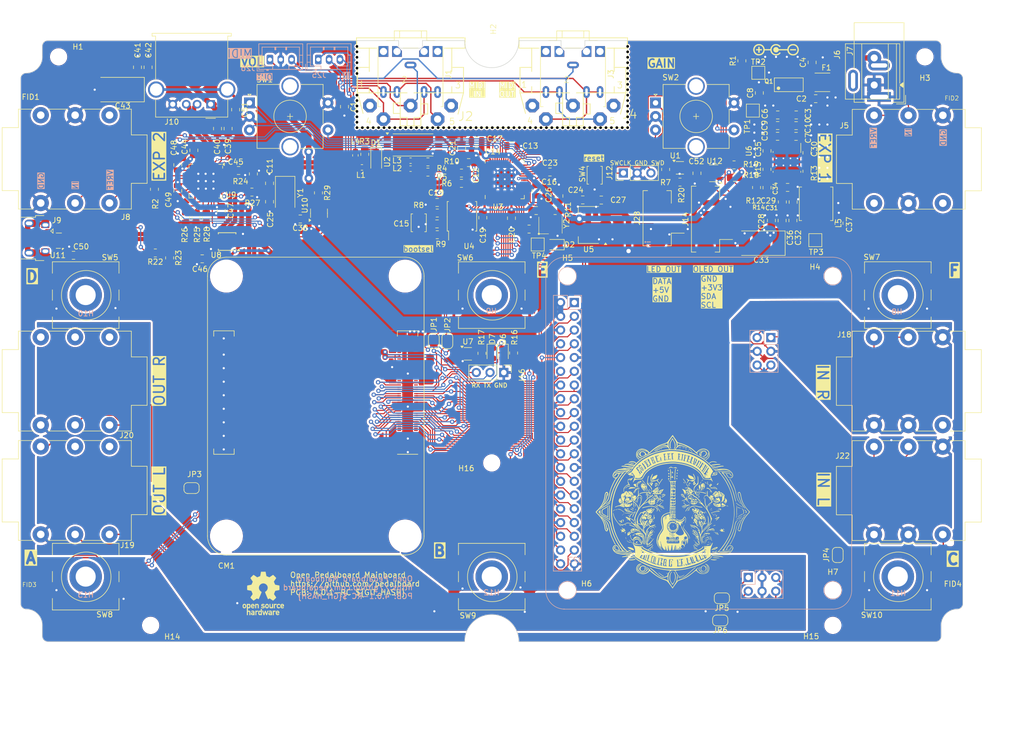
<source format=kicad_pcb>
(kicad_pcb
	(version 20241229)
	(generator "pcbnew")
	(generator_version "9.0")
	(general
		(thickness 1.6)
		(legacy_teardrops no)
	)
	(paper "A4")
	(title_block
		(title "Open Pedalboard Mainboard")
		(date "2024-10-16")
		(rev "4.0.1-RC")
		(company "https://github.com/pedalboard")
		(comment 1 "Source Code: https://github.com/pedalboard/pedalboard-hw")
		(comment 2 "License: CERN Open Hardware Licence Version 2 - Permissive")
		(comment 3 "Git commit hash: ${GIT_HASH} ")
	)
	(layers
		(0 "F.Cu" signal)
		(2 "B.Cu" signal)
		(9 "F.Adhes" user "F.Adhesive")
		(11 "B.Adhes" user "B.Adhesive")
		(13 "F.Paste" user)
		(15 "B.Paste" user)
		(5 "F.SilkS" user "F.Silkscreen")
		(7 "B.SilkS" user "B.Silkscreen")
		(1 "F.Mask" user)
		(3 "B.Mask" user)
		(17 "Dwgs.User" user "User.Drawings")
		(19 "Cmts.User" user "User.Comments")
		(21 "Eco1.User" user "User.Eco1")
		(23 "Eco2.User" user "User.Eco2")
		(25 "Edge.Cuts" user)
		(27 "Margin" user)
		(31 "F.CrtYd" user "F.Courtyard")
		(29 "B.CrtYd" user "B.Courtyard")
		(35 "F.Fab" user)
		(33 "B.Fab" user)
		(39 "User.1" user)
		(41 "User.2" user)
		(43 "User.3" user)
		(45 "User.4" user)
		(47 "User.5" user)
		(49 "User.6" user)
		(51 "User.7" user)
		(53 "User.8" user)
		(55 "User.9" user)
	)
	(setup
		(stackup
			(layer "F.SilkS"
				(type "Top Silk Screen")
			)
			(layer "F.Paste"
				(type "Top Solder Paste")
			)
			(layer "F.Mask"
				(type "Top Solder Mask")
				(thickness 0.01)
			)
			(layer "F.Cu"
				(type "copper")
				(thickness 0.035)
			)
			(layer "dielectric 1"
				(type "core")
				(thickness 1.51)
				(material "FR4")
				(epsilon_r 4.5)
				(loss_tangent 0.02)
			)
			(layer "B.Cu"
				(type "copper")
				(thickness 0.035)
			)
			(layer "B.Mask"
				(type "Bottom Solder Mask")
				(thickness 0.01)
			)
			(layer "B.Paste"
				(type "Bottom Solder Paste")
			)
			(layer "B.SilkS"
				(type "Bottom Silk Screen")
			)
			(copper_finish "None")
			(dielectric_constraints no)
		)
		(pad_to_mask_clearance 0)
		(allow_soldermask_bridges_in_footprints no)
		(tenting front back)
		(aux_axis_origin 18.005615 130.994385)
		(grid_origin 18 20)
		(pcbplotparams
			(layerselection 0x00000000_00000000_55555555_5755f5ff)
			(plot_on_all_layers_selection 0x00000000_00000000_00000000_00000000)
			(disableapertmacros no)
			(usegerberextensions no)
			(usegerberattributes yes)
			(usegerberadvancedattributes yes)
			(creategerberjobfile yes)
			(dashed_line_dash_ratio 12.000000)
			(dashed_line_gap_ratio 3.000000)
			(svgprecision 4)
			(plotframeref no)
			(mode 1)
			(useauxorigin no)
			(hpglpennumber 1)
			(hpglpenspeed 20)
			(hpglpendiameter 15.000000)
			(pdf_front_fp_property_popups yes)
			(pdf_back_fp_property_popups yes)
			(pdf_metadata yes)
			(pdf_single_document no)
			(dxfpolygonmode yes)
			(dxfimperialunits yes)
			(dxfusepcbnewfont yes)
			(psnegative no)
			(psa4output no)
			(plot_black_and_white yes)
			(sketchpadsonfab no)
			(plotpadnumbers no)
			(hidednponfab no)
			(sketchdnponfab yes)
			(crossoutdnponfab yes)
			(subtractmaskfromsilk no)
			(outputformat 1)
			(mirror no)
			(drillshape 1)
			(scaleselection 1)
			(outputdirectory "")
		)
	)
	(net 0 "")
	(net 1 "GND")
	(net 2 "Net-(J25-Pin_2)")
	(net 3 "/LEDs/RGB_DATA")
	(net 4 "Net-(C30-Pad1)")
	(net 5 "Net-(C26-Pad1)")
	(net 6 "Net-(U9-XTALIN{slash}CLKIN)")
	(net 7 "+3V3")
	(net 8 "+1V1")
	(net 9 "/Audio/CM4_GPIO13")
	(net 10 "/Audio/CM4_GPIO16")
	(net 11 "/Audio/conf_i2c_sda")
	(net 12 "/Audio/conf_i2c_scl")
	(net 13 "/MIDI/EXT_MIDI_RX")
	(net 14 "/MIDI/EXT_MIDI_TX")
	(net 15 "/Audio/audio_pcm_clk")
	(net 16 "/Audio/audio_in_stereo")
	(net 17 "/MIDI/XIN")
	(net 18 "Net-(U9-XTALOUT)")
	(net 19 "/MIDI/A_EXP1")
	(net 20 "unconnected-(CM1A-Ethernet_Pair3_P-Pad3)")
	(net 21 "/MIDI/~{USB_BOOT}")
	(net 22 "unconnected-(CM1A-Ethernet_Pair1_P-Pad4)")
	(net 23 "/MIDI/SWCLK")
	(net 24 "/Power Supply/polarity_checked")
	(net 25 "/Audio/audio_pcm_fs")
	(net 26 "/Audio/audio_out_stereo")
	(net 27 "/Audio/audio_pcm_din")
	(net 28 "/Audio/audio_pcm_dout")
	(net 29 "unconnected-(CM1A-Ethernet_Pair3_N-Pad5)")
	(net 30 "unconnected-(CM1A-Ethernet_Pair1_N-Pad6)")
	(net 31 "unconnected-(CM1A-Ethernet_Pair2_N-Pad9)")
	(net 32 "unconnected-(CM1A-Ethernet_Pair0_N-Pad10)")
	(net 33 "unconnected-(CM1A-Ethernet_Pair2_P-Pad11)")
	(net 34 "unconnected-(CM1A-Ethernet_Pair0_P-Pad12)")
	(net 35 "unconnected-(CM1A-Ethernet_nLED3(3.3v)-Pad15)")
	(net 36 "unconnected-(CM1A-Ethernet_SYNC_IN(1.8v)-Pad16)")
	(net 37 "unconnected-(CM1A-Ethernet_nLED2(3.3v)-Pad17)")
	(net 38 "unconnected-(CM1A-Ethernet_SYNC_OUT(1.8v)-Pad18)")
	(net 39 "unconnected-(CM1A-Ethernet_nLED1(3.3v)-Pad19)")
	(net 40 "/MIDI/SW_D")
	(net 41 "/MIDI/SW_E")
	(net 42 "/MIDI/SW_F")
	(net 43 "/MIDI/SW_A")
	(net 44 "/MIDI/SW_B")
	(net 45 "/MIDI/SW_C")
	(net 46 "/MIDI/ROT_VOL_A")
	(net 47 "/MIDI/ROT_VOL_B")
	(net 48 "/MIDI/SW_VOL")
	(net 49 "/MIDI/ROT_GAIN_A")
	(net 50 "/MIDI/ROT_GAIN_B")
	(net 51 "/MIDI/SW_GAIN")
	(net 52 "Net-(C31-Pad1)")
	(net 53 "Net-(U6-COMP)")
	(net 54 "unconnected-(CM1A-EEPROM_nWP-Pad20)")
	(net 55 "unconnected-(CM1A-SD_CLK-Pad57)")
	(net 56 "unconnected-(CM1A-SD_DAT3-Pad61)")
	(net 57 "Net-(L3-Pad2)")
	(net 58 "Net-(U6-FB)")
	(net 59 "unconnected-(CM1A-SD_CMD-Pad62)")
	(net 60 "unconnected-(CM1A-SD_DAT0-Pad63)")
	(net 61 "unconnected-(CM1A-SD_DAT5-Pad64)")
	(net 62 "Net-(D6-A)")
	(net 63 "Net-(D7-K)")
	(net 64 "unconnected-(CM1A-SD_DAT1-Pad67)")
	(net 65 "/Audio/in_R-")
	(net 66 "/Audio/GND_in_R")
	(net 67 "/Audio/in_R+")
	(net 68 "/Audio/in_L-")
	(net 69 "/Audio/GND_in_L")
	(net 70 "/Audio/in_L+")
	(net 71 "/Audio/GND_out")
	(net 72 "unconnected-(CM1A-SD_DAT4-Pad68)")
	(net 73 "unconnected-(CM1A-SD_DAT2-Pad69)")
	(net 74 "/Power Supply/fused")
	(net 75 "+5VP")
	(net 76 "unconnected-(CM1A-SD_DAT7-Pad70)")
	(net 77 "unconnected-(CM1A-SD_DAT6-Pad72)")
	(net 78 "unconnected-(CM1A-SD_VDD_Override-Pad73)")
	(net 79 "/MIDI/SWD")
	(net 80 "/Power Supply/unfused")
	(net 81 "unconnected-(CM1A-SD_PWR_ON-Pad75)")
	(net 82 "unconnected-(CM1A-Reserved-Pad76)")
	(net 83 "unconnected-(CM1A-SCL0-Pad80)")
	(net 84 "unconnected-(CM1A-SDA0-Pad82)")
	(net 85 "unconnected-(CM1A-+1.8v_(Output)-Pad88)")
	(net 86 "unconnected-(CM1A-WiFi_nDisable-Pad89)")
	(net 87 "unconnected-(CM1A-+1.8v_(Output)-Pad90)")
	(net 88 "unconnected-(CM1A-BT_nDisable-Pad91)")
	(net 89 "unconnected-(CM1A-RUN_PG-Pad92)")
	(net 90 "unconnected-(CM1A-nRPIBOOT-Pad93)")
	(net 91 "Net-(D7-A)")
	(net 92 "unconnected-(CM1A-AnalogIP1-Pad94)")
	(net 93 "unconnected-(CM1A-AnalogIP0-Pad96)")
	(net 94 "unconnected-(CM1A-Camera_GPIO-Pad97)")
	(net 95 "/Audio/CM4_3V")
	(net 96 "/Audio/CM4_GPIO6")
	(net 97 "/Audio/CM4_GPIO12")
	(net 98 "/Audio/CM4_GPIO5")
	(net 99 "/Audio/CM4_ID_SC")
	(net 100 "/Audio/CM4_ID_SD")
	(net 101 "/Audio/CM4_GPIO7")
	(net 102 "/Audio/CM4_GPIO11")
	(net 103 "/Audio/CM4_GPIO8")
	(net 104 "/Audio/CM4_GPIO9")
	(net 105 "/Audio/CM4_GPIO25")
	(net 106 "/Audio/CM4_GPIO10")
	(net 107 "/Audio/CM4_GPIO24")
	(net 108 "/Audio/CM4_GPIO22")
	(net 109 "/Audio/CM4_GPIO23")
	(net 110 "/Audio/CM4_GPIO17")
	(net 111 "/Audio/INT_MIDI_RX")
	(net 112 "/Audio/CM4_GPIO4")
	(net 113 "/Audio/INT_MIDI_TX")
	(net 114 "unconnected-(CM1A-Global_EN-Pad99)")
	(net 115 "unconnected-(CM1B-PCIe_CLK_nREQ-Pad102)")
	(net 116 "unconnected-(CM1B-Reserved-Pad104)")
	(net 117 "unconnected-(CM1B-Reserved-Pad106)")
	(net 118 "unconnected-(CM1B-PCIe_nRST-Pad109)")
	(net 119 "unconnected-(CM1B-PCIe_CLK_P-Pad110)")
	(net 120 "unconnected-(CM1B-VDAC_COMP-Pad111)")
	(net 121 "unconnected-(CM1B-PCIe_CLK_N-Pad112)")
	(net 122 "unconnected-(CM1B-CAM1_D0_N-Pad115)")
	(net 123 "unconnected-(CM1B-PCIe_RX_P-Pad116)")
	(net 124 "unconnected-(CM1B-CAM1_D0_P-Pad117)")
	(net 125 "unconnected-(CM1B-PCIe_RX_N-Pad118)")
	(net 126 "unconnected-(CM1B-CAM1_D1_N-Pad121)")
	(net 127 "/Audio/CM4_LED_ACT")
	(net 128 "unconnected-(CM1B-PCIe_TX_P-Pad122)")
	(net 129 "unconnected-(CM1B-CAM1_D1_P-Pad123)")
	(net 130 "unconnected-(CM1B-PCIe_TX_N-Pad124)")
	(net 131 "unconnected-(CM1B-CAM1_C_N-Pad127)")
	(net 132 "unconnected-(CM1B-CAM0_D0_N-Pad128)")
	(net 133 "unconnected-(CM1B-CAM1_C_P-Pad129)")
	(net 134 "unconnected-(CM1B-CAM0_D0_P-Pad130)")
	(net 135 "unconnected-(CM1B-CAM1_D2_N-Pad133)")
	(net 136 "unconnected-(CM1B-CAM0_D1_N-Pad134)")
	(net 137 "unconnected-(CM1B-CAM1_D2_P-Pad135)")
	(net 138 "unconnected-(CM1B-CAM0_D1_P-Pad136)")
	(net 139 "unconnected-(CM1B-CAM1_D3_N-Pad139)")
	(net 140 "unconnected-(CM1B-CAM0_C_N-Pad140)")
	(net 141 "unconnected-(CM1B-CAM1_D3_P-Pad141)")
	(net 142 "unconnected-(CM1B-CAM0_C_P-Pad142)")
	(net 143 "unconnected-(CM1B-HDMI1_HOTPLUG-Pad143)")
	(net 144 "unconnected-(CM1B-HDMI1_SDA-Pad145)")
	(net 145 "unconnected-(CM1B-HDMI1_TX2_P-Pad146)")
	(net 146 "unconnected-(CM1B-HDMI1_SCL-Pad147)")
	(net 147 "unconnected-(CM1B-HDMI1_TX2_N-Pad148)")
	(net 148 "unconnected-(CM1B-HDMI1_CEC-Pad149)")
	(net 149 "unconnected-(CM1B-HDMI0_CEC-Pad151)")
	(net 150 "unconnected-(CM1B-HDMI1_TX1_P-Pad152)")
	(net 151 "unconnected-(CM1B-HDMI0_HOTPLUG-Pad153)")
	(net 152 "unconnected-(CM1B-HDMI1_TX1_N-Pad154)")
	(net 153 "unconnected-(CM1B-DSI0_D0_N-Pad157)")
	(net 154 "/MIDI/A_EXP2")
	(net 155 "unconnected-(CM1B-HDMI1_TX0_P-Pad158)")
	(net 156 "unconnected-(CM1B-DSI0_D0_P-Pad159)")
	(net 157 "unconnected-(CM1B-HDMI1_TX0_N-Pad160)")
	(net 158 "unconnected-(CM1B-DSI0_D1_N-Pad163)")
	(net 159 "unconnected-(CM1B-HDMI1_CLK_P-Pad164)")
	(net 160 "unconnected-(CM1B-DSI0_D1_P-Pad165)")
	(net 161 "unconnected-(CM1B-HDMI1_CLK_N-Pad166)")
	(net 162 "unconnected-(CM1B-DSI0_C_N-Pad169)")
	(net 163 "unconnected-(CM1B-HDMI0_TX2_P-Pad170)")
	(net 164 "unconnected-(CM1B-DSI0_C_P-Pad171)")
	(net 165 "unconnected-(CM1B-HDMI0_TX2_N-Pad172)")
	(net 166 "unconnected-(CM1B-DSI1_D0_N-Pad175)")
	(net 167 "unconnected-(CM1B-HDMI0_TX1_P-Pad176)")
	(net 168 "unconnected-(CM1B-DSI1_D0_P-Pad177)")
	(net 169 "unconnected-(CM1B-HDMI0_TX1_N-Pad178)")
	(net 170 "unconnected-(CM1B-DSI1_D1_N-Pad181)")
	(net 171 "unconnected-(CM1B-HDMI0_TX0_P-Pad182)")
	(net 172 "unconnected-(CM1B-DSI1_D1_P-Pad183)")
	(net 173 "unconnected-(CM1B-HDMI0_TX0_N-Pad184)")
	(net 174 "unconnected-(CM1B-DSI1_C_N-Pad187)")
	(net 175 "unconnected-(CM1B-HDMI0_CLK_P-Pad188)")
	(net 176 "unconnected-(CM1B-DSI1_C_P-Pad189)")
	(net 177 "unconnected-(CM1B-HDMI0_CLK_N-Pad190)")
	(net 178 "unconnected-(CM1B-DSI1_D2_N-Pad193)")
	(net 179 "unconnected-(CM1B-DSI1_D3_N-Pad194)")
	(net 180 "unconnected-(CM1B-DSI1_D2_P-Pad195)")
	(net 181 "unconnected-(CM1B-DSI1_D3_P-Pad196)")
	(net 182 "unconnected-(CM1B-HDMI0_SDA-Pad199)")
	(net 183 "unconnected-(CM1B-HDMI0_SCL-Pad200)")
	(net 184 "Net-(D1-K)")
	(net 185 "Net-(D1-A)")
	(net 186 "Net-(J25-Pin_1)")
	(net 187 "Net-(J25-Pin_3)")
	(net 188 "Net-(U6-BST)")
	(net 189 "Net-(J26-Pin_1)")
	(net 190 "Net-(U6-SS)")
	(net 191 "Net-(J26-Pin_3)")
	(net 192 "unconnected-(J8-PadSN)")
	(net 193 "unconnected-(J2-Pad1)")
	(net 194 "unconnected-(J2-Pad3)")
	(net 195 "Net-(J8-PadT)")
	(net 196 "unconnected-(J8-PadTN)")
	(net 197 "/Connectivity/VBUS")
	(net 198 "Net-(JP6-B)")
	(net 199 "unconnected-(J4-Pad1)")
	(net 200 "unconnected-(J19-PadRN)")
	(net 201 "Net-(J27-out_L)")
	(net 202 "unconnected-(J19-PadTN)")
	(net 203 "Net-(JP5-B)")
	(net 204 "Net-(JP3-A)")
	(net 205 "unconnected-(J20-PadRN)")
	(net 206 "unconnected-(J20-PadSN)")
	(net 207 "Net-(J27-out_R)")
	(net 208 "Net-(JP4-A)")
	(net 209 "unconnected-(J20-PadTN)")
	(net 210 "Net-(JP1-B)")
	(net 211 "Net-(JP2-B)")
	(net 212 "Net-(L2-Pad2)")
	(net 213 "/Audio/CM4_LED_PWR")
	(net 214 "Net-(JP6-A)")
	(net 215 "Net-(JP5-A)")
	(net 216 "Net-(L4-Pad2)")
	(net 217 "unconnected-(J4-Pad3)")
	(net 218 "Net-(U3-USB_DP)")
	(net 219 "Net-(U1-A)")
	(net 220 "/MIDI/XOUT")
	(net 221 "/MIDI/QSPI_SCLK")
	(net 222 "/MIDI/QSPI_SS")
	(net 223 "/MIDI/QSPI_SD1")
	(net 224 "/MIDI/QSPI_SD2")
	(net 225 "/MIDI/QSPI_SD0")
	(net 226 "/MIDI/QSPI_SD3")
	(net 227 "Net-(U3-USB_DM)")
	(net 228 "Net-(U3-RUN)")
	(net 229 "unconnected-(U2-NC-Pad2)")
	(net 230 "Net-(D2-A)")
	(net 231 "unconnected-(U3-GPIO12-Pad15)")
	(net 232 "unconnected-(U3-GPIO13-Pad16)")
	(net 233 "/MIDI/I2C_SCL")
	(net 234 "/MIDI/I2C_SDA")
	(net 235 "unconnected-(U3-GPIO14-Pad17)")
	(net 236 "unconnected-(U3-GPIO15-Pad18)")
	(net 237 "unconnected-(J5-PadSN)")
	(net 238 "Net-(J5-PadT)")
	(net 239 "unconnected-(J5-PadTN)")
	(net 240 "unconnected-(J7-Pad3)")
	(net 241 "unconnected-(J18-PadSN)")
	(net 242 "unconnected-(U3-GPIO22-Pad34)")
	(net 243 "/Power Supply/switch")
	(net 244 "unconnected-(U3-GPIO23-Pad35)")
	(net 245 "unconnected-(U3-GPIO26_ADC0-Pad38)")
	(net 246 "unconnected-(U3-GPIO29_ADC3-Pad41)")
	(net 247 "Net-(J28-Pin_3)")
	(net 248 "Net-(U1-Y)")
	(net 249 "Net-(U3-GPIO10)")
	(net 250 "Net-(CM1B-USB_OTG_ID)")
	(net 251 "Net-(J9-VBUS)")
	(net 252 "Net-(U9-RBIAS)")
	(net 253 "Net-(U9-SCL{slash}SMBCLK{slash}CFG_SEL0)")
	(net 254 "Net-(U9-SDA{slash}SMBDATA{slash}NON_REM1)")
	(net 255 "Net-(U9-SUSP_IND{slash}LOCAL_PWR{slash}NON_REM0)")
	(net 256 "Net-(U9-HS_IND{slash}CFG_SEL1)")
	(net 257 "Net-(U10-ILIM)")
	(net 258 "/Audio/nEXTRST")
	(net 259 "/Connectivity/nOCS1")
	(net 260 "unconnected-(U9-TEST-Pad11)")
	(net 261 "Net-(U10-EN)")
	(net 262 "unconnected-(U9-PLLFILT-Pad34)")
	(net 263 "unconnected-(U9-USBDM_DN3{slash}PRT_DIS_M3-Pad6)")
	(net 264 "unconnected-(U9-CRFILT-Pad14)")
	(net 265 "unconnected-(U9-PRTPWR2{slash}BC_EN2-Pad16)")
	(net 266 "unconnected-(U9-PRTPWR4{slash}BC_EN4-Pad20)")
	(net 267 "unconnected-(U9-USBDP_DN3{slash}PRT_DIS_P3-Pad7)")
	(net 268 "unconnected-(U9-USBDM_DN4{slash}PRT_DIS_M4-Pad8)")
	(net 269 "unconnected-(U9-PRTPWR3{slash}BC_EN3-Pad18)")
	(net 270 "unconnected-(J9-ID-Pad4)")
	(net 271 "unconnected-(U9-USBDP_DN4{slash}PRT_DIS_P4-Pad9)")
	(net 272 "/Connectivity/USB_CM_N")
	(net 273 "/Connectivity/USB_CM_P")
	(net 274 "Net-(J9-Shield)")
	(net 275 "Net-(J10-Shield)")
	(net 276 "/Connectivity/USB_OUT_N")
	(net 277 "/Connectivity/USB_OUT_P")
	(net 278 "/Connectivity/USB_RP_P")
	(net 279 "/Connectivity/USB_RP_N")
	(net 280 "/Connectivity/USB_UP_P")
	(net 281 "/Connectivity/USB_UP_N")
	(net 282 "/Connectivity/USB_D_P")
	(net 283 "/Connectivity/USB_D_N")
	(net 284 "unconnected-(U11-NC-Pad7)")
	(net 285 "unconnected-(U11-NC-Pad6)")
	(net 286 "unconnected-(U11-D1+-Pad1)")
	(net 287 "unconnected-(U11-NC-Pad10)")
	(net 288 "unconnected-(U11-NC-Pad9)")
	(net 289 "unconnected-(U11-D1--Pad2)")
	(footprint "TestPoint:TestPoint_Pad_2.0x2.0mm" (layer "F.Cu") (at 164.76 56.86))
	(footprint "Resistor_SMD:R_0805_2012Metric" (layer "F.Cu") (at 149.85 45.25 180))
	(footprint "Resistor_SMD:R_0805_2012Metric" (layer "F.Cu") (at 111.89 54.81))
	(footprint "Capacitor_SMD:C_0805_2012Metric" (layer "F.Cu") (at 115.75 44.27))
	(footprint "Capacitor_SMD:C_0805_2012Metric" (layer "F.Cu") (at 47.01 42.96 90))
	(footprint "MountingHole:MountingHole_2.7mm_M2.5_DIN965" (layer "F.Cu") (at 168 121.5))
	(footprint "Fiducial:Fiducial_1.5mm_Mask3mm" (layer "F.Cu") (at 20 28))
	(footprint "Resistor_SMD:R_0805_2012Metric" (layer "F.Cu") (at 99.4 44.46))
	(footprint "Pedalboard Library:Jack_3.5mm_CUI_SJ1-3525N_Horizontal" (layer "F.Cu") (at 120 24.5 180))
	(footprint "Capacitor_SMD:C_0805_2012Metric" (layer "F.Cu") (at 99.44 39.85 90))
	(footprint "Capacitor_SMD:C_0805_2012Metric" (layer "F.Cu") (at 47.01 47.74 -90))
	(footprint "Capacitor_SMD:C_0805_2012Metric" (layer "F.Cu") (at 155.84 47.16 90))
	(footprint "Fiducial:Fiducial_1.5mm_Mask3mm" (layer "F.Cu") (at 190.005615 27.994385))
	(footprint "Symbol:OSHW-Logo_7.5x8mm_SilkScreen" (layer "F.Cu") (at 62.8 122.1))
	(footprint "TestPoint:TestPoint_Pad_2.0x2.0mm" (layer "F.Cu") (at 153.22 32.93))
	(footprint "Resistor_SMD:R_0805_2012Metric" (layer "F.Cu") (at 94.9375 55.85))
	(footprint "Pedalboard Library:Jack_6.35mm_Horizontal" (layer "F.Cu") (at 34.4 50 180))
	(footprint "Pedalboard Library:Jack_6.35mm_Horizontal" (layer "F.Cu") (at 34.4 111.2 180))
	(footprint "Capacitor_SMD:C_0805_2012Metric" (layer "F.Cu") (at 156.65 53.22 90))
	(footprint "Pedalboard Library:BarrelJack_Wuerth_6941xx301002" (layer "F.Cu") (at 176.5372 30.3886 180))
	(footprint "Package_TO_SOT_SMD:SOT-223-3_TabPin2" (layer "F.Cu") (at 122.89 54.05 180))
	(footprint "Resistor_SMD:R_0805_2012Metric" (layer "F.Cu") (at 139.7676 46.1366 180))
	(footprint "TerminalBlock_Phoenix:TerminalBlock_Phoenix_MKDS-1,5-2_1x02_P5.00mm_Horizontal" (layer "F.Cu") (at 175.6372 28.1986 90))
	(footprint "Capacitor_SMD:C_0805_2012Metric" (layer "F.Cu") (at 121.81 49.42 180))
	(footprint "Capacitor_SMD:C_0805_2012Metric" (layer "F.Cu") (at 49.98 40.26 90))
	(footprint "Capacitor_Tantalum_SMD:CP_EIA-7343-31_Kemet-D" (layer "F.Cu") (at 36.415 29.0424 180))
	(footprint "Button_Switch_SMD:SW_SPST_B3U-1000P" (layer "F.Cu") (at 124.01 44.86 90))
	(footprint "Resistor_SMD:R_0805_2012Metric" (layer "F.Cu") (at 99.4 46.36))
	(footprint "Capacitor_SMD:C_0805_2012Metric" (layer "F.Cu") (at 58.24 43.99))
	(footprint "Capacitor_SMD:C_0805_2012Metric" (layer "F.Cu") (at 94.8875 53.85 180))
	(footprint "Resistor_SMD:R_0805_2012Metric"
		(layer "F.Cu")
		(uuid "2a6ae2bb-6cf0-48e1-a84e-592a76a9dfed")
		(at 72.991 48.1178 -90)
		(descr "Resistor SMD 0805 (2012 Metric), square (rectangular) end terminal, IPC_7351 nominal, (Body size source: IPC-SM-782 page 72, https://www.pcb-3d.com/wordpress/wp-content/uploads/ipc-sm-782a_amendment_1_and_2.pdf), generated with kicad-footprint-generator")
		(tags "resistor")
		(property "Reference" "R29"
			(at 0 -1.65 90)
			(layer "F.SilkS")
			(uuid "73eb9913-58c2-470d-ab20-6aae5bb3d333")
			(effects
				(font
					(size 1 1)
					(thickness 0.15)
				)
			)
		)
		(property "Value" "36K"
			(at 0 1.65 90)
			(layer "F.Fab")
			(uuid "b02635b2-90c4-4b59-9b76-75d89c37a2af")
			(effects
				(font
					(size 1 1)
					(thickness 0.15)
				)
			)
		)
		(property "Datasheet" ""
			(at 0 0 270)
			(unlocked yes)
			(layer "F.Fab")
			(hide yes)
			(uuid "536b4a9d-db5f-4be0-9dda-7e04158b02df")
			(effects
				(font
					(size 1.27 1.27)
					(thickness 0.15)
				)
			)
		)
		(property "Description" "Resistor, small symbol"
			(at 0 0 270)
			(unlocked yes)
			(layer "F.Fab")
			(hide yes)
			(uuid "05fcb938-b6fc-4519-a715-72b776395c12")
			(effects
				(font
					(size 1.27 1.27)
					(thickness 0.15)
				)
			)
		)
		(property "Supplier" "https://www.digikey.ch/de/products/detail/stackpole-electronics-inc/RNCP0805FTD1K00/2240229"
			(at 0 0 270)
			(unlocked yes)
			(layer "F.Fab")
			(hide yes)
			(uuid "238b0165-c58a-4335-b0e3-549e90d183e9")
			(effects
				(font
					(size 1 1)
					(thickness 0.15)
				)
			)
		)
		(property ki_fp_filters "R_*")
		(path "/e8ab7a61-8d57-4690-876b-f6a417060d03/9264232b-de39-4689-8ef2-54e2fb7383ef")
		(sheetname "/Connectivity/")
		(sheetfile "connect.kicad_sch")
		(attr smd)
		(fp_line
			(start -0.227064 0.735)
			(end 0.227064 0.735)
			(stroke
				(width 0.12)
				(type solid)
			)
			(layer "F.SilkS")
			(uuid "41644956-3d4d-4816-90f1-a229b58132bf")
		)
		(fp_line
			(start -0.227064 -0.735)
			(end 0.227064 -0.735)
			(stroke
				(width 0.12)
				(type solid)
			)
			(layer "F.SilkS")
			(uuid "ea6875fb-fd5d-4aae-9e5b-a5efd0f24223")
		)
		(fp_line
			(start -1.68 0.95)
			(end -1.68 -0.95)
			(stroke
				(width 0.05)
				(type solid)
			)
			(layer "F.CrtYd")
			(uuid "89245675-20c5-4754-8618-35644387ebce")
		)
		(fp_line
			(start 1.68 0.95)
			(end -1.68 0.95)
			(stroke
				(width 0.05)
				(type solid)
			)
			(layer "F.CrtYd")
			(uuid "8ea3644d-ee05-4220-8bba-6903ddf95c75")
		)
		(fp_line
			(start -1.68 -0.95)
			(end 1.68 -0.95)
			(stroke
				(width 0.05)
				(type solid)
			)
			(layer "F.CrtYd")
			(uuid "b128cb55-7a60-4093-920c-ba8d99117d2c")
		)
		(fp_line
			(start 1.68 -0.95)
			(end 1.68 0.95)
			(stroke
				(width 0.05)
				(type solid)
			)
			(layer "F.CrtYd")
			(uuid "e5a511a8-d057-4949-bea6-4259add8c558")
		)
		(fp_line
			(start -1 0.625)
			(end -1 -0.625)
			(stroke
				(width 0.1)
				(type solid)
			)
			(layer "F.Fab")
			(uuid "e740a44c-c169-4441-b5ee-477eb5c0e10b")
		)
		(fp_line
			(start 1 0.625)
			(end -1 0.625)
			(stroke
				(width 0.1)
				(type solid)
			)
			(layer "F.Fab")
			(uuid "2693bdd9-5e3e-466e-a7c1-4a2f7ae636e4")
		)
		(fp_line
			(start -1 -0.625)
			(end 1 -0.625)
			(stroke
				(width 0.1)
				(type solid)
			)
			(layer "F.Fab")
			(uuid "691f4fc5-cd68-4173-bf87-11a27fbda826")
		)
		(fp_lin
... [5731260 chars truncated]
</source>
